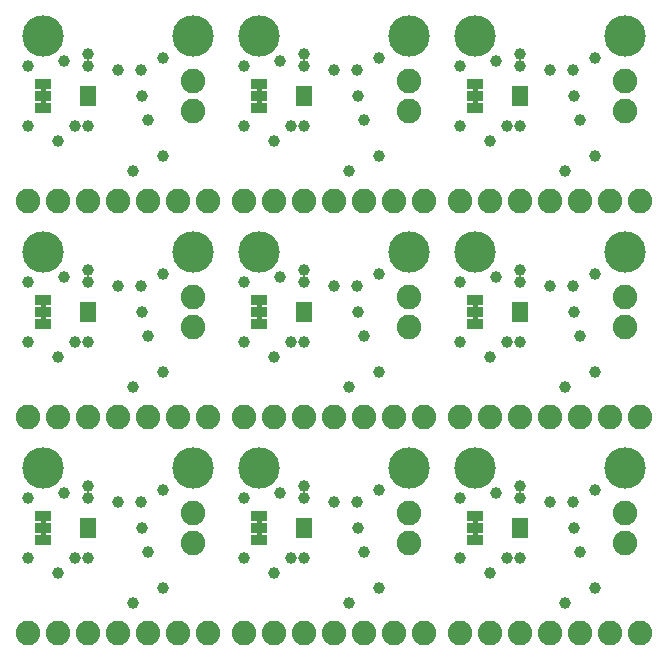
<source format=gbs>
G75*
%MOIN*%
%OFA0B0*%
%FSLAX25Y25*%
%IPPOS*%
%LPD*%
%AMOC8*
5,1,8,0,0,1.08239X$1,22.5*
%
%ADD10C,0.08200*%
%ADD11R,0.05800X0.03300*%
%ADD12C,0.13800*%
%ADD13C,0.00500*%
%ADD14C,0.03900*%
D10*
X0007250Y0010060D03*
X0017250Y0010060D03*
X0027250Y0010060D03*
X0037250Y0010060D03*
X0047250Y0010060D03*
X0057250Y0010060D03*
X0067250Y0010060D03*
X0079250Y0010060D03*
X0089250Y0010060D03*
X0099250Y0010060D03*
X0109250Y0010060D03*
X0119250Y0010060D03*
X0129250Y0010060D03*
X0139250Y0010060D03*
X0151250Y0010060D03*
X0161250Y0010060D03*
X0171250Y0010060D03*
X0181250Y0010060D03*
X0191250Y0010060D03*
X0201250Y0010060D03*
X0211250Y0010060D03*
X0206250Y0040060D03*
X0206250Y0050060D03*
X0201250Y0082060D03*
X0191250Y0082060D03*
X0181250Y0082060D03*
X0171250Y0082060D03*
X0161250Y0082060D03*
X0151250Y0082060D03*
X0139250Y0082060D03*
X0129250Y0082060D03*
X0119250Y0082060D03*
X0109250Y0082060D03*
X0099250Y0082060D03*
X0089250Y0082060D03*
X0079250Y0082060D03*
X0067250Y0082060D03*
X0057250Y0082060D03*
X0047250Y0082060D03*
X0037250Y0082060D03*
X0027250Y0082060D03*
X0017250Y0082060D03*
X0007250Y0082060D03*
X0062250Y0112060D03*
X0062250Y0122060D03*
X0057250Y0154060D03*
X0067250Y0154060D03*
X0079250Y0154060D03*
X0089250Y0154060D03*
X0099250Y0154060D03*
X0109250Y0154060D03*
X0119250Y0154060D03*
X0129250Y0154060D03*
X0139250Y0154060D03*
X0151250Y0154060D03*
X0161250Y0154060D03*
X0171250Y0154060D03*
X0181250Y0154060D03*
X0191250Y0154060D03*
X0201250Y0154060D03*
X0211250Y0154060D03*
X0206250Y0184060D03*
X0206250Y0194060D03*
X0206250Y0122060D03*
X0206250Y0112060D03*
X0211250Y0082060D03*
X0134250Y0112060D03*
X0134250Y0122060D03*
X0134250Y0184060D03*
X0134250Y0194060D03*
X0062250Y0194060D03*
X0062250Y0184060D03*
X0047250Y0154060D03*
X0037250Y0154060D03*
X0027250Y0154060D03*
X0017250Y0154060D03*
X0007250Y0154060D03*
X0062250Y0050060D03*
X0062250Y0040060D03*
X0134250Y0040060D03*
X0134250Y0050060D03*
D11*
X0156250Y0049060D03*
X0156250Y0045060D03*
X0156250Y0041060D03*
X0171250Y0043460D03*
X0171250Y0046660D03*
X0156250Y0113060D03*
X0156250Y0117060D03*
X0156250Y0121060D03*
X0171250Y0118660D03*
X0171250Y0115460D03*
X0156250Y0185060D03*
X0156250Y0189060D03*
X0156250Y0193060D03*
X0171250Y0190660D03*
X0171250Y0187460D03*
X0099250Y0187460D03*
X0099250Y0190660D03*
X0084250Y0189060D03*
X0084250Y0193060D03*
X0084250Y0185060D03*
X0027250Y0187460D03*
X0027250Y0190660D03*
X0012250Y0189060D03*
X0012250Y0193060D03*
X0012250Y0185060D03*
X0012250Y0121060D03*
X0012250Y0117060D03*
X0012250Y0113060D03*
X0027250Y0115460D03*
X0027250Y0118660D03*
X0084250Y0117060D03*
X0084250Y0113060D03*
X0084250Y0121060D03*
X0099250Y0118660D03*
X0099250Y0115460D03*
X0084250Y0049060D03*
X0084250Y0045060D03*
X0084250Y0041060D03*
X0099250Y0043460D03*
X0099250Y0046660D03*
X0027250Y0046660D03*
X0027250Y0043460D03*
X0012250Y0045060D03*
X0012250Y0049060D03*
X0012250Y0041060D03*
D12*
X0012250Y0065060D03*
X0062250Y0065060D03*
X0084250Y0065060D03*
X0134250Y0065060D03*
X0156250Y0065060D03*
X0206250Y0065060D03*
X0206250Y0137060D03*
X0156250Y0137060D03*
X0134250Y0137060D03*
X0084250Y0137060D03*
X0062250Y0137060D03*
X0012250Y0137060D03*
X0012250Y0209060D03*
X0062250Y0209060D03*
X0084250Y0209060D03*
X0134250Y0209060D03*
X0156250Y0209060D03*
X0206250Y0209060D03*
D13*
X0156750Y0191810D02*
X0156750Y0190310D01*
X0155750Y0190310D01*
X0155750Y0191810D01*
X0156750Y0191810D01*
X0156750Y0191503D02*
X0155750Y0191503D01*
X0155750Y0191005D02*
X0156750Y0191005D01*
X0156750Y0190506D02*
X0155750Y0190506D01*
X0155750Y0187810D02*
X0155750Y0186310D01*
X0156750Y0186310D01*
X0156750Y0187810D01*
X0155750Y0187810D01*
X0155750Y0187515D02*
X0156750Y0187515D01*
X0156750Y0187017D02*
X0155750Y0187017D01*
X0155750Y0186518D02*
X0156750Y0186518D01*
X0156750Y0119810D02*
X0155750Y0119810D01*
X0155750Y0118310D01*
X0156750Y0118310D01*
X0156750Y0119810D01*
X0156750Y0119718D02*
X0155750Y0119718D01*
X0155750Y0119219D02*
X0156750Y0119219D01*
X0156750Y0118721D02*
X0155750Y0118721D01*
X0155750Y0115810D02*
X0155750Y0114310D01*
X0156750Y0114310D01*
X0156750Y0115810D01*
X0155750Y0115810D01*
X0155750Y0115730D02*
X0156750Y0115730D01*
X0156750Y0115231D02*
X0155750Y0115231D01*
X0155750Y0114732D02*
X0156750Y0114732D01*
X0156750Y0047810D02*
X0155750Y0047810D01*
X0155750Y0046310D01*
X0156750Y0046310D01*
X0156750Y0047810D01*
X0156750Y0047433D02*
X0155750Y0047433D01*
X0155750Y0046935D02*
X0156750Y0046935D01*
X0156750Y0046436D02*
X0155750Y0046436D01*
X0155750Y0043810D02*
X0155750Y0042310D01*
X0156750Y0042310D01*
X0156750Y0043810D01*
X0155750Y0043810D01*
X0155750Y0043445D02*
X0156750Y0043445D01*
X0156750Y0042947D02*
X0155750Y0042947D01*
X0155750Y0042448D02*
X0156750Y0042448D01*
X0084750Y0042448D02*
X0083750Y0042448D01*
X0083750Y0042310D02*
X0084750Y0042310D01*
X0084750Y0043810D01*
X0083750Y0043810D01*
X0083750Y0042310D01*
X0083750Y0042947D02*
X0084750Y0042947D01*
X0084750Y0043445D02*
X0083750Y0043445D01*
X0083750Y0046310D02*
X0084750Y0046310D01*
X0084750Y0047810D01*
X0083750Y0047810D01*
X0083750Y0046310D01*
X0083750Y0046436D02*
X0084750Y0046436D01*
X0084750Y0046935D02*
X0083750Y0046935D01*
X0083750Y0047433D02*
X0084750Y0047433D01*
X0084750Y0114310D02*
X0083750Y0114310D01*
X0083750Y0115810D01*
X0084750Y0115810D01*
X0084750Y0114310D01*
X0084750Y0114732D02*
X0083750Y0114732D01*
X0083750Y0115231D02*
X0084750Y0115231D01*
X0084750Y0115730D02*
X0083750Y0115730D01*
X0083750Y0118310D02*
X0084750Y0118310D01*
X0084750Y0119810D01*
X0083750Y0119810D01*
X0083750Y0118310D01*
X0083750Y0118721D02*
X0084750Y0118721D01*
X0084750Y0119219D02*
X0083750Y0119219D01*
X0083750Y0119718D02*
X0084750Y0119718D01*
X0084750Y0186310D02*
X0083750Y0186310D01*
X0083750Y0187810D01*
X0084750Y0187810D01*
X0084750Y0186310D01*
X0084750Y0186518D02*
X0083750Y0186518D01*
X0083750Y0187017D02*
X0084750Y0187017D01*
X0084750Y0187515D02*
X0083750Y0187515D01*
X0083750Y0190310D02*
X0084750Y0190310D01*
X0084750Y0191810D01*
X0083750Y0191810D01*
X0083750Y0190310D01*
X0083750Y0190506D02*
X0084750Y0190506D01*
X0084750Y0191005D02*
X0083750Y0191005D01*
X0083750Y0191503D02*
X0084750Y0191503D01*
X0012750Y0191503D02*
X0011750Y0191503D01*
X0011750Y0191810D02*
X0011750Y0190310D01*
X0012750Y0190310D01*
X0012750Y0191810D01*
X0011750Y0191810D01*
X0011750Y0191005D02*
X0012750Y0191005D01*
X0012750Y0190506D02*
X0011750Y0190506D01*
X0011750Y0187810D02*
X0011750Y0186310D01*
X0012750Y0186310D01*
X0012750Y0187810D01*
X0011750Y0187810D01*
X0011750Y0187515D02*
X0012750Y0187515D01*
X0012750Y0187017D02*
X0011750Y0187017D01*
X0011750Y0186518D02*
X0012750Y0186518D01*
X0012750Y0119810D02*
X0011750Y0119810D01*
X0011750Y0118310D01*
X0012750Y0118310D01*
X0012750Y0119810D01*
X0012750Y0119718D02*
X0011750Y0119718D01*
X0011750Y0119219D02*
X0012750Y0119219D01*
X0012750Y0118721D02*
X0011750Y0118721D01*
X0011750Y0115810D02*
X0011750Y0114310D01*
X0012750Y0114310D01*
X0012750Y0115810D01*
X0011750Y0115810D01*
X0011750Y0115730D02*
X0012750Y0115730D01*
X0012750Y0115231D02*
X0011750Y0115231D01*
X0011750Y0114732D02*
X0012750Y0114732D01*
X0012750Y0047810D02*
X0011750Y0047810D01*
X0011750Y0046310D01*
X0012750Y0046310D01*
X0012750Y0047810D01*
X0012750Y0047433D02*
X0011750Y0047433D01*
X0011750Y0046935D02*
X0012750Y0046935D01*
X0012750Y0046436D02*
X0011750Y0046436D01*
X0011750Y0043810D02*
X0011750Y0042310D01*
X0012750Y0042310D01*
X0012750Y0043810D01*
X0011750Y0043810D01*
X0011750Y0043445D02*
X0012750Y0043445D01*
X0012750Y0042947D02*
X0011750Y0042947D01*
X0011750Y0042448D02*
X0012750Y0042448D01*
D14*
X0007250Y0035060D03*
X0017250Y0030060D03*
X0022750Y0035060D03*
X0027250Y0035060D03*
X0042250Y0020060D03*
X0052250Y0025060D03*
X0047250Y0037060D03*
X0045250Y0045060D03*
X0044750Y0053560D03*
X0052250Y0057560D03*
X0037250Y0053560D03*
X0027250Y0055060D03*
X0027250Y0059060D03*
X0019250Y0056560D03*
X0007250Y0055060D03*
X0042250Y0092060D03*
X0052250Y0097060D03*
X0047250Y0109060D03*
X0045250Y0117060D03*
X0044750Y0125560D03*
X0052250Y0129560D03*
X0037250Y0125560D03*
X0027250Y0127060D03*
X0027250Y0131060D03*
X0019250Y0128560D03*
X0007250Y0127060D03*
X0007250Y0107060D03*
X0017250Y0102060D03*
X0022750Y0107060D03*
X0027250Y0107060D03*
X0079250Y0107060D03*
X0089250Y0102060D03*
X0094750Y0107060D03*
X0099250Y0107060D03*
X0114250Y0092060D03*
X0124250Y0097060D03*
X0119250Y0109060D03*
X0117250Y0117060D03*
X0116750Y0125560D03*
X0124250Y0129560D03*
X0109250Y0125560D03*
X0099250Y0127060D03*
X0099250Y0131060D03*
X0091250Y0128560D03*
X0079250Y0127060D03*
X0114250Y0164060D03*
X0124250Y0169060D03*
X0119250Y0181060D03*
X0117250Y0189060D03*
X0116750Y0197560D03*
X0124250Y0201560D03*
X0109250Y0197560D03*
X0099250Y0199060D03*
X0099250Y0203060D03*
X0091250Y0200560D03*
X0079250Y0199060D03*
X0079250Y0179060D03*
X0089250Y0174060D03*
X0094750Y0179060D03*
X0099250Y0179060D03*
X0052250Y0169060D03*
X0042250Y0164060D03*
X0047250Y0181060D03*
X0045250Y0189060D03*
X0044750Y0197560D03*
X0052250Y0201560D03*
X0037250Y0197560D03*
X0027250Y0199060D03*
X0027250Y0203060D03*
X0019250Y0200560D03*
X0007250Y0199060D03*
X0007250Y0179060D03*
X0017250Y0174060D03*
X0022750Y0179060D03*
X0027250Y0179060D03*
X0099250Y0059060D03*
X0099250Y0055060D03*
X0091250Y0056560D03*
X0079250Y0055060D03*
X0079250Y0035060D03*
X0089250Y0030060D03*
X0094750Y0035060D03*
X0099250Y0035060D03*
X0114250Y0020060D03*
X0124250Y0025060D03*
X0119250Y0037060D03*
X0117250Y0045060D03*
X0116750Y0053560D03*
X0124250Y0057560D03*
X0109250Y0053560D03*
X0151250Y0055060D03*
X0163250Y0056560D03*
X0171250Y0055060D03*
X0171250Y0059060D03*
X0181250Y0053560D03*
X0188750Y0053560D03*
X0196250Y0057560D03*
X0189250Y0045060D03*
X0191250Y0037060D03*
X0196250Y0025060D03*
X0186250Y0020060D03*
X0171250Y0035060D03*
X0166750Y0035060D03*
X0161250Y0030060D03*
X0151250Y0035060D03*
X0186250Y0092060D03*
X0196250Y0097060D03*
X0191250Y0109060D03*
X0189250Y0117060D03*
X0188750Y0125560D03*
X0196250Y0129560D03*
X0181250Y0125560D03*
X0171250Y0127060D03*
X0171250Y0131060D03*
X0163250Y0128560D03*
X0151250Y0127060D03*
X0151250Y0107060D03*
X0161250Y0102060D03*
X0166750Y0107060D03*
X0171250Y0107060D03*
X0186250Y0164060D03*
X0196250Y0169060D03*
X0191250Y0181060D03*
X0189250Y0189060D03*
X0188750Y0197560D03*
X0196250Y0201560D03*
X0181250Y0197560D03*
X0171250Y0199060D03*
X0171250Y0203060D03*
X0163250Y0200560D03*
X0151250Y0199060D03*
X0151250Y0179060D03*
X0161250Y0174060D03*
X0166750Y0179060D03*
X0171250Y0179060D03*
M02*

</source>
